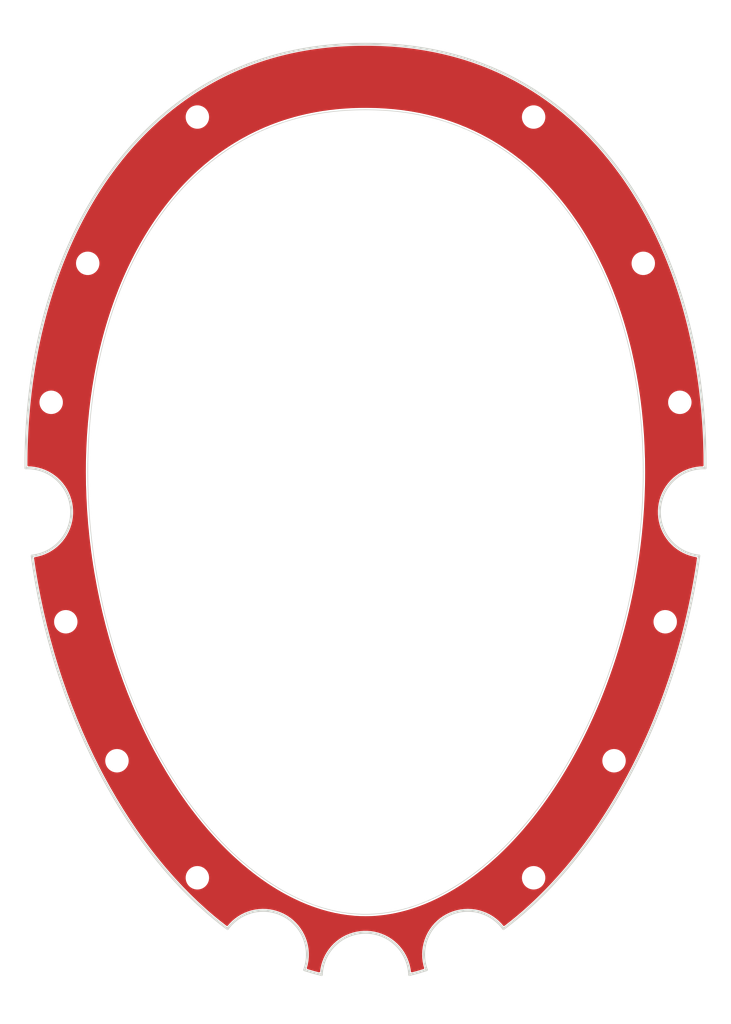
<source format=kicad_pcb>
(kicad_pcb (version 20241229) (generator "pcbnew") (generator_version "9.0")
  (layers (0 "F.Cu" signal) (2 "B.Cu" signal) (13 "F.Paste" user) (15 "B.Paste" user) (5 "F.SilkS" user "F.Silkscreen") (7 "B.SilkS" user "B.Silkscreen") (1 "F.Mask" user) (3 "B.Mask" user) (25 "Edge.Cuts" user))
  (net 0 "")
  (footprint "MountingHole:MountingHole_2.2mm_M2" (layer "F.Cu") (at 41 15)
    (property "Reference" "REF**" (hide yes))
    (property "Value" "MountingHole_2.2mm_M2" (hide yes))
    (pad "" np_thru_hole circle (at 0 0) (size 2.2 2.2) (drill 2.2) (layers "*.Cu" "*.Mask"))
  )
  (footprint "MountingHole:MountingHole_2.2mm_M2" (layer "F.Cu") (at 38 -34)
    (property "Reference" "REF**" (hide yes))
    (property "Value" "MountingHole_2.2mm_M2" (hide yes))
    (pad "" np_thru_hole circle (at 0 0) (size 2.2 2.2) (drill 2.2) (layers "*.Cu" "*.Mask"))
  )
  (footprint "MountingHole:MountingHole_2.2mm_M2" (layer "F.Cu") (at -34 34)
    (property "Reference" "REF**" (hide yes))
    (property "Value" "MountingHole_2.2mm_M2" (hide yes))
    (pad "" np_thru_hole circle (at 0 0) (size 2.2 2.2) (drill 2.2) (layers "*.Cu" "*.Mask"))
  )
  (footprint "MountingHole:MountingHole_2.2mm_M2" (layer "F.Cu") (at 43 -15)
    (property "Reference" "REF**" (hide yes))
    (property "Value" "MountingHole_2.2mm_M2" (hide yes))
    (pad "" np_thru_hole circle (at 0 0) (size 2.2 2.2) (drill 2.2) (layers "*.Cu" "*.Mask"))
  )
  (footprint "MountingHole:MountingHole_2.2mm_M2" (layer "F.Cu") (at -41 15)
    (property "Reference" "REF**" (hide yes))
    (property "Value" "MountingHole_2.2mm_M2" (hide yes))
    (pad "" np_thru_hole circle (at 0 0) (size 2.2 2.2) (drill 2.2) (layers "*.Cu" "*.Mask"))
  )
  (footprint "MountingHole:MountingHole_2.2mm_M2" (layer "F.Cu") (at 34 34)
    (property "Reference" "REF**" (hide yes))
    (property "Value" "MountingHole_2.2mm_M2" (hide yes))
    (pad "" np_thru_hole circle (at 0 0) (size 2.2 2.2) (drill 2.2) (layers "*.Cu" "*.Mask"))
  )
  (footprint "MountingHole:MountingHole_2.2mm_M2" (layer "F.Cu") (at 23 50)
    (property "Reference" "REF**" (hide yes))
    (property "Value" "MountingHole_2.2mm_M2" (hide yes))
    (pad "" np_thru_hole circle (at 0 0) (size 2.2 2.2) (drill 2.2) (layers "*.Cu" "*.Mask"))
  )
  (footprint "MountingHole:MountingHole_2.2mm_M2" (layer "F.Cu") (at 23 -54)
    (property "Reference" "REF**" (hide yes))
    (property "Value" "MountingHole_2.2mm_M2" (hide yes))
    (pad "" np_thru_hole circle (at 0 0) (size 2.2 2.2) (drill 2.2) (layers "*.Cu" "*.Mask"))
  )
  (footprint "MountingHole:MountingHole_2.2mm_M2" (layer "F.Cu") (at -43 -15)
    (property "Reference" "REF**" (hide yes))
    (property "Value" "MountingHole_2.2mm_M2" (hide yes))
    (pad "" np_thru_hole circle (at 0 0) (size 2.2 2.2) (drill 2.2) (layers "*.Cu" "*.Mask"))
  )
  (footprint "MountingHole:MountingHole_2.2mm_M2" (layer "F.Cu") (at -23 -54)
    (property "Reference" "REF**" (hide yes))
    (property "Value" "MountingHole_2.2mm_M2" (hide yes))
    (pad "" np_thru_hole circle (at 0 0) (size 2.2 2.2) (drill 2.2) (layers "*.Cu" "*.Mask"))
  )
  (footprint "MountingHole:MountingHole_2.2mm_M2" (layer "F.Cu") (at -23 50)
    (property "Reference" "REF**" (hide yes))
    (property "Value" "MountingHole_2.2mm_M2" (hide yes))
    (pad "" np_thru_hole circle (at 0 0) (size 2.2 2.2) (drill 2.2) (layers "*.Cu" "*.Mask"))
  )
  (footprint "MountingHole:MountingHole_2.2mm_M2" (layer "F.Cu") (at -38 -34)
    (property "Reference" "REF**" (hide yes))
    (property "Value" "MountingHole_2.2mm_M2" (hide yes))
    (pad "" np_thru_hole circle (at 0 0) (size 2.2 2.2) (drill 2.2) (layers "*.Cu" "*.Mask"))
  )
  (gr_curve (pts (xy -16.651702 47.969537) (xy -14.604315 49.72013) (xy -12.585128 51.085678) (xy -10.640017 52.126248)) (stroke (width 0.1)) (layer "Edge.Cuts"))
  (gr_curve (pts (xy -36.830774 8.290982) (xy -36.064059 12.830956) (xy -34.932632 17.23631) (xy -33.52942 21.332717)) (stroke (width 0.1)) (layer "Edge.Cuts"))
  (gr_curve (pts (xy 22.800014 -46.474997) (xy 20.772797 -48.317909) (xy 18.698025 -49.768988) (xy 16.651702 -50.906862)) (stroke (width 0.1)) (layer "Edge.Cuts"))
  (gr_curve (pts (xy 36.830774 -18.785934) (xy 36.064059 -22.996603) (xy 34.932632 -26.918794) (xy 33.52942 -30.431982)) (stroke (width 0.1)) (layer "Edge.Cuts"))
  (gr_curve (pts (xy -22.800014 41.524997) (xy -20.772797 44.083228) (xy -18.698025 46.219867) (xy -16.651702 47.969537)) (stroke (width 0.1)) (layer "Edge.Cuts"))
  (gr_curve (pts (xy 38 -5.499997) (xy 38.001264 -10.084187) (xy 37.599484 -14.577862) (xy 36.830774 -18.785934)) (stroke (width 0.1)) (layer "Edge.Cuts"))
  (gr_curve (pts (xy 16.651669 47.969543) (xy 18.697993 46.219873) (xy 20.772766 44.083235) (xy 22.799986 41.525003)) (stroke (width 0.1)) (layer "Edge.Cuts"))
  (gr_curve (pts (xy 0.000018 -55) (xy -1.583102 -54.999706) (xy -3.266359 -54.915142) (xy -5.04423 -54.68439)) (stroke (width 0.1)) (layer "Edge.Cuts"))
  (gr_curve (pts (xy -10.639983 -53.473752) (xy -12.585094 -52.8718) (xy -14.604282 -52.045047) (xy -16.651669 -50.906867)) (stroke (width 0.1)) (layer "Edge.Cuts"))
  (gr_curve (pts (xy -33.52942 21.332717) (xy -32.126994 25.431852) (xy -30.455647 29.220743) (xy -28.630149 32.603272)) (stroke (width 0.1)) (layer "Edge.Cuts"))
  (gr_curve (pts (xy -38 -5.500003) (xy -38.001264 -0.916544) (xy -37.599484 3.75245) (xy -36.830774 8.290982)) (stroke (width 0.1)) (layer "Edge.Cuts"))
  (gr_curve (pts (xy -16.651669 -50.906867) (xy -18.697993 -49.768994) (xy -20.772766 -48.317915) (xy -22.799986 -46.475003)) (stroke (width 0.1)) (layer "Edge.Cuts"))
  (gr_curve (pts (xy -0.000018 55) (xy 3.162357 54.997915) (xy 6.743808 54.20637) (xy 10.639983 52.126252)) (stroke (width 0.1)) (layer "Edge.Cuts"))
  (gr_curve (pts (xy -28.630125 -39.725496) (xy -30.455626 -37.056086) (xy -32.126975 -33.948359) (xy -33.529403 -30.431989)) (stroke (width 0.1)) (layer "Edge.Cuts"))
  (gr_curve (pts (xy 28.630125 32.603278) (xy 30.455626 29.22075) (xy 32.126975 25.431859) (xy 33.529403 21.332724)) (stroke (width 0.1)) (layer "Edge.Cuts"))
  (gr_curve (pts (xy -33.529403 -30.431989) (xy -34.932618 -26.918801) (xy -36.064047 -22.996609) (xy -36.830765 -18.785941)) (stroke (width 0.1)) (layer "Edge.Cuts"))
  (gr_curve (pts (xy -5.04423 -54.68439) (xy -6.82152 -54.45309) (xy -8.694011 -54.075398) (xy -10.639983 -53.473752)) (stroke (width 0.1)) (layer "Edge.Cuts"))
  (gr_curve (pts (xy 33.529403 21.332724) (xy 34.932618 17.236316) (xy 36.064047 12.830962) (xy 36.830765 8.290989)) (stroke (width 0.1)) (layer "Edge.Cuts"))
  (gr_curve (pts (xy 22.799986 41.525003) (xy 24.826232 38.968672) (xy 26.804267 35.988533) (xy 28.630125 32.603278)) (stroke (width 0.1)) (layer "Edge.Cuts"))
  (gr_curve (pts (xy -10.640017 52.126248) (xy -6.743844 54.206367) (xy -3.162393 54.997913) (xy -0.000018 55)) (stroke (width 0.1)) (layer "Edge.Cuts"))
  (gr_curve (pts (xy 16.651702 -50.906862) (xy 14.604315 -52.045042) (xy 12.585128 -52.871795) (xy 10.640017 -53.473748)) (stroke (width 0.1)) (layer "Edge.Cuts"))
  (gr_curve (pts (xy 10.639983 52.126252) (xy 12.585094 51.085683) (xy 14.604282 49.720135) (xy 16.651669 47.969543)) (stroke (width 0.1)) (layer "Edge.Cuts"))
  (gr_curve (pts (xy 36.830765 8.290989) (xy 37.599478 3.752456) (xy 38.001261 -0.916537) (xy 38 -5.499997)) (stroke (width 0.1)) (layer "Edge.Cuts"))
  (gr_curve (pts (xy 28.630149 -39.725489) (xy 26.804292 -42.397419) (xy 24.826259 -44.633421) (xy 22.800014 -46.474997)) (stroke (width 0.1)) (layer "Edge.Cuts"))
  (gr_curve (pts (xy -22.799986 -46.475003) (xy -24.826232 -44.633428) (xy -26.804267 -42.397425) (xy -28.630125 -39.725496)) (stroke (width 0.1)) (layer "Edge.Cuts"))
  (gr_curve (pts (xy -28.630149 32.603272) (xy -26.804292 35.988526) (xy -24.826259 38.968665) (xy -22.800014 41.524997)) (stroke (width 0.1)) (layer "Edge.Cuts"))
  (gr_curve (pts (xy 33.52942 -30.431982) (xy 32.126994 -33.948352) (xy 30.455647 -37.056079) (xy 28.630149 -39.725489)) (stroke (width 0.1)) (layer "Edge.Cuts"))
  (gr_curve (pts (xy -36.830765 -18.785941) (xy -37.599478 -14.577868) (xy -38.001261 -10.084194) (xy -38 -5.500003)) (stroke (width 0.1)) (layer "Edge.Cuts"))
  (gr_poly (pts (arc (start -40.25 0) (mid -42.096352 -4.329805) (end -46.499069 -5.994828)) (xy -46.496933 -7.160053) (xy -46.483956 -8.090902) (xy -46.461011 -9.019119) (xy -46.428115 -9.945279) (xy -46.385334 -10.868255) (xy -46.332722 -11.78772) (xy -46.270327 -12.703456) (xy -46.116573 -14.520741) (xy -45.924808 -16.316191) (xy -45.695916 -18.085988) (xy -45.430921 -19.826457) (xy -45.130978 -21.534098) (xy -44.928918 -22.573997) (xy -44.753737 -23.417064) (xy -44.569806 -24.253074) (xy -44.376698 -25.084202) (xy -44.175055 -25.907897) (xy -43.964546 -26.725747) (xy -43.745733 -27.535794) (xy -43.518417 -28.339019) (xy -43.28304 -29.134079) (xy -43.03957 -29.921338) (xy -42.788298 -30.70008) (xy -42.52939 -31.470046) (xy -42.262951 -32.231158) (xy -41.989379 -32.982537) (xy -41.708559 -33.724739) (xy -41.421152 -34.456279) (xy -41.12679 -35.178337) (xy -40.895277 -35.72911) (xy -40.585675 -36.44276) (xy -40.269472 -37.146465) (xy -39.945088 -37.843885) (xy -39.614381 -38.531164) (xy -39.275782 -39.211703) (xy -38.931149 -39.881904) (xy -38.578951 -40.544887) (xy -38.22102 -41.19734) (xy -37.85589 -41.842077) (xy -37.48534 -42.476094) (xy -37.108 -43.101878) (xy -36.725564 -43.71676) (xy -36.336792 -44.32288) (xy -35.943259 -44.917921) (xy -35.543889 -45.503661) (xy -35.140106 -46.078154) (xy -34.395092 -47.095053) (xy -33.971299 -47.649654) (xy -33.543668 -48.192743) (xy -33.108481 -48.729127) (xy -32.669761 -49.253928) (xy -32.223576 -49.771927) (xy -31.774176 -50.27827) (xy -31.317427 -50.777688) (xy -30.857795 -51.265374) (xy -30.390958 -51.745984) (xy -29.921588 -52.214782) (xy -29.445192 -52.676327) (xy -28.96663 -53.125978) (xy -28.481261 -53.568168) (xy -27.994113 -53.998384) (xy -27.828194 -54.14192) (xy -27.329576 -54.564291) (xy -26.829583 -54.974619) (xy -26.321474 -55.378472) (xy -25.812298 -55.770287) (xy -25.294707 -56.155747) (xy -24.776381 -56.529164) (xy -24.249322 -56.896321) (xy -23.721883 -57.251425) (xy -23.185374 -57.600338) (xy -22.648871 -57.937179) (xy -22.102941 -58.267874) (xy -21.557438 -58.586469) (xy -21.002134 -58.898936) (xy -20.447718 -59.199269) (xy -20.157799 -59.351758) (xy -19.590066 -59.641575) (xy -19.023718 -59.9193) (xy -18.447072 -60.190647) (xy -17.872177 -60.449942) (xy -17.286027 -60.703024) (xy -16.70204 -60.944083) (xy -16.105686 -61.179077) (xy -15.511963 -61.402069) (xy -14.904566 -61.619124) (xy -14.300336 -61.824187) (xy -13.680867 -62.023429) (xy -13.065187 -62.210676) (xy -12.738263 -62.305734) (xy -12.106305 -62.481229) (xy -11.478785 -62.644879) (xy -10.836343 -62.80166) (xy -10.198866 -62.946667) (xy -9.54405 -63.084877) (xy -8.894829 -63.211377) (xy -8.225145 -63.331113) (xy -7.561828 -63.439191) (xy -6.873843 -63.540497) (xy -6.193196 -63.630188) (xy -5.848295 -63.671612) (xy -5.144456 -63.748127) (xy -4.448956 -63.81332) (xy -3.728333 -63.870156) (xy -3.017007 -63.915794) (xy -2.273455 -63.952658) (xy -1.540482 -63.978446) (xy -0.764025 -63.994704) (xy 0.000021 -64) (xy 0.693177 -63.995635) (xy 2.110484 -63.959287) (xy 3.49454 -63.886292) (xy 4.853506 -63.77665) (xy 6.193238 -63.630185) (xy 6.783934 -63.552941) (xy 8.080299 -63.355601) (xy 9.353457 -63.123094) (xy 10.606913 -62.855054) (xy 11.843424 -62.551067) (xy 13.065226 -62.21067) (xy 13.557139 -62.061918) (xy 14.748039 -61.673283) (xy 15.920581 -61.24977) (xy 17.07591 -60.791027) (xy 18.215003 -60.296663) (xy 19.338706 -59.766237) (xy 20.447754 -59.199263) (xy 20.754658 -59.034429) (xy 21.839278 -58.423337) (xy 22.907428 -57.776347) (xy 23.958873 -57.093387) (xy 24.993421 -56.374329) (xy 26.010909 -55.618983) (xy 27.011195 -54.8271) (xy 27.994145 -53.998377) (xy 28.930165 -53.159701) (xy 29.876537 -52.259061) (xy 30.804738 -51.320758) (xy 31.713741 -50.345244) (xy 32.602608 -49.332914) (xy 33.470481 -48.284108) (xy 34.316568 -47.199109) (xy 35.140132 -46.078148) (xy 35.479754 -45.596111) (xy 35.878009 -45.014878) (xy 36.271734 -44.422542) (xy 36.659268 -43.821477) (xy 37.041938 -43.209488) (xy 37.417974 -42.589283) (xy 37.788824 -41.958342) (xy 38.510956 -40.670481) (xy 39.207003 -39.347255) (xy 39.875736 -37.989979) (xy 40.51602 -36.59993) (xy 41.126808 -35.178334) (xy 41.493077 -34.275789) (xy 41.779445 -33.540075) (xy 42.058656 -32.795045) (xy 42.330689 -32.040546) (xy 42.59529 -31.277061) (xy 42.852226 -30.505062) (xy 43.101466 -29.724425) (xy 43.342601 -28.936239) (xy 43.57579 -28.139774) (xy 43.800481 -27.336726) (xy 44.016989 -26.525768) (xy 44.224656 -25.709185) (xy 44.423917 -24.885068) (xy 44.79555 -23.220312) (xy 45.130987 -21.534097) (xy 45.320205 -20.484018) (xy 45.464645 -19.618969) (xy 45.599883 -18.7479) (xy 45.726291 -17.868029) (xy 45.843333 -16.982636) (xy 45.951212 -16.089805) (xy 46.049579 -15.191968) (xy 46.138504 -14.288103) (xy 46.217791 -13.379762) (xy 46.287415 -12.466828) (xy 46.34729 -11.549961) (xy 46.397342 -10.629949) (xy 46.437555 -9.706554) (xy 46.488219 -7.853526) (arc (start 46.499069 -5.994828) (mid 40.265118 -0.425663) (end 45.648112 5.969735)) (xy 45.622164 6.158049) (xy 45.484425 7.113228) (xy 45.336869 8.065909) (xy 45.178472 9.022598) (xy 45.010389 9.976191) (xy 44.831614 10.932339) (xy 44.643308 11.88478) (xy 44.444537 12.838239) (xy 44.236415 13.78737) (xy 44.018131 14.735911) (xy 43.7907 15.679499) (xy 43.553492 16.620833) (xy 43.307364 17.556586) (xy 43.051923 18.488386) (xy 42.787814 19.413983) (xy 42.514931 20.33391) (xy 42.233655 21.24702) (xy 41.944218 22.152749) (xy 41.646683 23.051064) (xy 41.209822 24.318047) (xy 40.888172 25.213608) (xy 40.55889 26.100698) (xy 40.219788 26.985287) (xy 39.873364 27.860932) (xy 39.517563 28.732925) (xy 39.154773 29.595498) (xy 38.783126 30.453209) (xy 38.404846 31.301027) (xy 38.018309 32.142721) (xy 37.625517 32.974054) (xy 37.225151 33.797965) (xy 36.818927 34.611057) (xy 36.405894 35.4154) (xy 35.987419 36.208483) (xy 35.562979 36.99148) (xy 35.13353 37.762794) (xy 34.888582 38.194066) (xy 34.44541 38.958425) (xy 33.997735 39.710567) (xy 33.542592 40.455594) (xy 33.083315 41.188166) (xy 32.617018 41.913015) (xy 32.146974 42.625177) (xy 31.670419 43.328974) (xy 31.19052 44.019856) (xy 30.704682 44.7017) (xy 30.21592 45.37041) (xy 29.721859 46.029383) (xy 29.225309 46.675014) (xy 28.724169 47.310188) (xy 28.22099 47.931825) (xy 27.714002 48.542272) (xy 27.205436 49.139003) (xy 26.317285 50.145328) (xy 25.79673 50.71452) (xy 25.275294 51.269856) (xy 24.749717 51.814942) (xy 24.223601 52.346177) (xy 23.693656 52.867019) (xy 23.163527 53.374019) (xy 22.629918 53.870466) (xy 22.096491 54.353085) (xy 21.559971 54.824977) (xy 21.024013 55.283061) (xy 20.485393 55.730228) (xy 19.947725 56.163616) (xy 19.407875 56.585887) (arc (start 18.86938 56.994414) (mid 11.172129 55.208201) (end 8.379525 62.600061)) (xy 8.05476 62.704988) (xy 7.010647 63.015667) (arc (start 5.995862 63.277212) (mid -0.000004 57.5) (end -5.995863 63.277219)) (xy -6.275707 63.209182) (xy -6.791828 63.075506) (xy -7.312086 62.930225) (xy -7.843682 62.77111) (arc (start -8.379528 62.60007) (mid -8.095644 61.567045) (end -8 60.5)) (arc (start -8 60.5) (mid -12.158308 54.789643) (end -18.869391 56.994428)) (xy -19.846259 56.243984) (xy -20.380661 55.815682) (xy -20.916042 55.373776) (xy -21.448776 54.921127) (xy -21.982104 54.454849) (xy -23.042886 53.487493) (xy -24.096932 52.471988) (xy -25.142878 51.40859) (xy -26.179449 50.297532) (xy -27.205448 49.139021) (xy -27.539236 48.749111) (xy -28.044069 48.146672) (xy -28.547187 47.530687) (xy -29.045939 46.904263) (xy -29.542526 46.264492) (xy -30.522978 44.952325) (xy -31.486432 43.595967) (xy -32.430937 42.197164) (xy -33.354699 40.757618) (xy -34.25607 39.278973) (xy -35.133543 37.762811) (xy -35.774481 36.603976) (xy -36.194772 35.818236) (xy -36.609756 35.021185) (xy -37.420061 33.399775) (xy -38.203167 31.74324) (xy -38.957044 30.055028) (xy -39.679868 28.338506) (xy -40.37001 26.596937) (xy -41.026036 24.83346) (xy -41.646695 23.051075) (xy -41.728703 22.806632) (xy -42.024111 21.906046) (xy -42.311378 20.998126) (xy -42.590066 20.084154) (xy -42.860339 19.163462) (xy -43.373963 17.307282) (xy -43.850827 15.434203) (xy -44.28971 13.548777) (xy -44.689597 11.655434) (xy -45.049674 9.758454) (xy -45.369325 7.861929) (arc (start -45.648119 5.969735) (mid -41.799647 4.024221) (end -40.25 0))) (stroke (width 0.3)) (fill no) (layer "Edge.Cuts"))
  (gr_curve (pts (xy 10.640017 -53.473748) (xy 8.694046 -54.075394) (xy 6.821556 -54.453086) (xy 5.044266 -54.684387)) (stroke (width 0.1)) (layer "Edge.Cuts"))
  (gr_curve (pts (xy 5.044266 -54.684387) (xy 3.266395 -54.91514) (xy 1.583138 -54.999705) (xy 0.000018 -55)) (stroke (width 0.1)) (layer "Edge.Cuts"))
  (zone (net 0) (net_name "") (layer "F.Cu") (connect_pads (clearance 0.5)) (min_thickness 0.25) (fill yes (thermal_gap 0.5) (thermal_bridge_width 0.5) (island_removal_mode 1) (island_area_min 10))
    (polygon (pts (xy -50 -70) (xy 50 -70) (xy 50 70) (xy -50 70)))
  )
)
</source>
